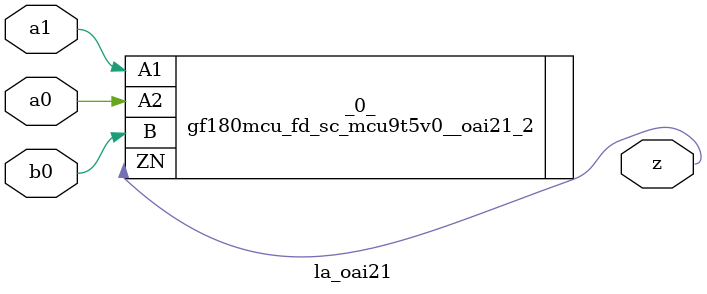
<source format=v>
/* Generated by Yosys 0.37 (git sha1 a5c7f69ed, clang 14.0.0-1ubuntu1.1 -fPIC -Os) */

module la_oai21(a0, a1, b0, z);
  input a0;
  wire a0;
  input a1;
  wire a1;
  input b0;
  wire b0;
  output z;
  wire z;
  gf180mcu_fd_sc_mcu9t5v0__oai21_2 _0_ (
    .A1(a1),
    .A2(a0),
    .B(b0),
    .ZN(z)
  );
endmodule

</source>
